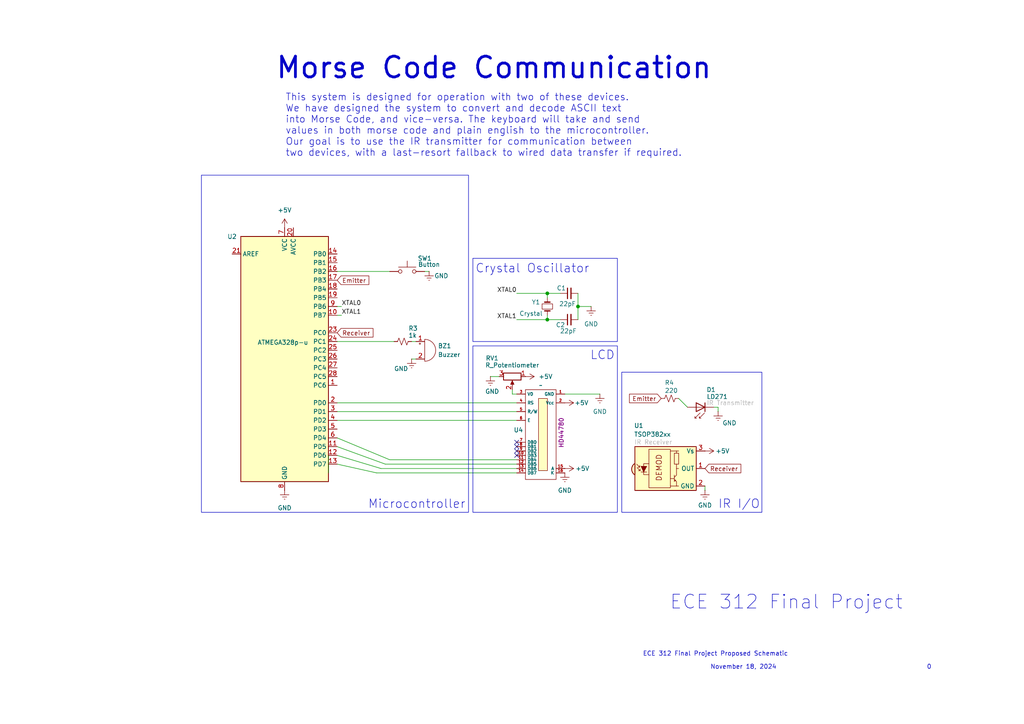
<source format=kicad_sch>
(kicad_sch (version 20231120) (generator "eeschema") (generator_version "8.0")
  (paper "A4")
  (lib_symbols
    (symbol "00_ECE312SchLib:ATMega328"
      (property "Reference" "U" (at 17.145 -1.27 0))
      (symbol "ATMega328_0_1"
        (rectangle (start -12.7 20.32) (end 12.7 -50.8) (stroke (width 0.254)) (fill (type background)))
      )
      (symbol "ATMega328_1_1"
        (pin bidirectional line (at 15.24 -22.86 180) (length 2.54) (name "PC6") (number "1"))
        (pin bidirectional line (at 15.24 -2.54 180) (length 2.54) (name "PB7") (number "10"))
        (pin bidirectional line (at 15.24 -40.64 180) (length 2.54) (name "PD5") (number "11"))
        (pin bidirectional line (at 15.24 -43.18 180) (length 2.54) (name "PD6") (number "12"))
        (pin bidirectional line (at 15.24 -45.72 180) (length 2.54) (name "PD7") (number "13"))
        (pin bidirectional line (at 15.24 15.24 180) (length 2.54) (name "PB0") (number "14"))
        (pin bidirectional line (at 15.24 12.7 180) (length 2.54) (name "PB1") (number "15"))
        (pin bidirectional line (at 15.24 10.16 180) (length 2.54) (name "PB2") (number "16"))
        (pin bidirectional line (at 15.24 7.62 180) (length 2.54) (name "PB3") (number "17"))
        (pin bidirectional line (at 15.24 5.08 180) (length 2.54) (name "PB4") (number "18"))
        (pin bidirectional line (at 15.24 2.54 180) (length 2.54) (name "PB5") (number "19"))
        (pin bidirectional line (at 15.24 -27.94 180) (length 2.54) (name "PD0") (number "2"))
        (pin power_in line (at 2.54 22.86 270) (length 2.54) (name "AVCC") (number "20"))
        (pin passive line (at -15.24 15.24 0) (length 2.54) (name "AREF") (number "21"))
        (pin passive line (at 0 -53.34 90) (length 2.54) hide (name "GND") (number "22"))
        (pin bidirectional line (at 15.24 -7.62 180) (length 2.54) (name "PC0") (number "23"))
        (pin bidirectional line (at 15.24 -10.16 180) (length 2.54) (name "PC1") (number "24"))
        (pin bidirectional line (at 15.24 -12.7 180) (length 2.54) (name "PC2") (number "25"))
        (pin bidirectional line (at 15.24 -15.24 180) (length 2.54) (name "PC3") (number "26"))
        (pin bidirectional line (at 15.24 -17.78 180) (length 2.54) (name "PC4") (number "27"))
        (pin bidirectional line (at 15.24 -20.32 180) (length 2.54) (name "PC5") (number "28"))
        (pin bidirectional line (at 15.24 -30.48 180) (length 2.54) (name "PD1") (number "3"))
        (pin bidirectional line (at 15.24 -33.02 180) (length 2.54) (name "PD2") (number "4"))
        (pin bidirectional line (at 15.24 -35.56 180) (length 2.54) (name "PD3") (number "5"))
        (pin bidirectional line (at 15.24 -38.1 180) (length 2.54) (name "PD4") (number "6"))
        (pin power_in line (at 0 22.86 270) (length 2.54) (name "VCC") (number "7"))
        (pin power_in line (at 0 -53.34 90) (length 2.54) (name "GND") (number "8"))
        (pin bidirectional line (at 15.24 0 180) (length 2.54) (name "PB6") (number "9"))
      )
    )
    (symbol "00_ECE312SchLib:LCD1604"
      (property "Reference" "U" (at 10.795 12.7 0))
      (symbol "LCD1604_0_1"
        (rectangle (start -1.27 11.43) (end 24.765 2.54))
      )
      (symbol "LCD1604_1_1"
        (rectangle (start 1.27 8.89) (end 22.225 6.35) (fill (type background)))
        (pin power_in line (at 0 13.97 270) (length 2.54) (name "GND") (number "1"))
        (pin input line (at 17.78 0 90) (length 2.54) (name "DB3") (number "10"))
        (pin input line (at 19.05 0 90) (length 2.54) (name "DB4") (number "11"))
        (pin input line (at 20.32 0 90) (length 2.54) (name "DB5") (number "12"))
        (pin input line (at 21.59 0 90) (length 2.54) (name "DB6") (number "13"))
        (pin input line (at 22.86 0 90) (length 2.54) (name "DB7") (number "14"))
        (pin input line (at 21.59 13.97 270) (length 2.54) (name "A") (number "15"))
        (pin input line (at 22.86 13.97 270) (length 2.54) (name "K") (number "16"))
        (pin power_in line (at 2.54 13.97 270) (length 2.54) (name "Vcc") (number "2"))
        (pin input line (at 0 0 90) (length 2.54) (name "V0") (number "3"))
        (pin input line (at 2.54 0 90) (length 2.54) (name "RS") (number "4"))
        (pin input line (at 5.08 0 90) (length 2.54) (name "R/W") (number "5"))
        (pin input line (at 7.62 0 90) (length 2.54) (name "E") (number "6"))
        (pin input line (at 13.97 0 90) (length 2.54) (name "DB0") (number "7"))
        (pin input line (at 15.24 0 90) (length 2.54) (name "DB1") (number "8"))
        (pin input line (at 16.51 0 90) (length 2.54) (name "DB2") (number "9"))
      )
    )
    (symbol "Device:Buzzer" (pin_names (offset 0.0254) hide)
      (property "Reference" "BZ" (at 3.81 1.27 0))
      (property "Value" "Buzzer" (at 3.81 -1.27 0))
      (symbol "Buzzer_0_1"
        (arc (start 0 -3.175) (mid 3.1612 0) (end 0 3.175))
        (polyline (pts (xy -1.651 1.905) (xy -1.143 1.905)))
        (polyline (pts (xy -1.397 2.159) (xy -1.397 1.651)))
        (polyline (pts (xy 0 3.175) (xy 0 -3.175)))
      )
      (symbol "Buzzer_1_1"
        (pin passive line (at -2.54 2.54 0) (length 2.54) (name "+") (number "1"))
        (pin passive line (at -2.54 -2.54 0) (length 2.54) (name "-") (number "2"))
      )
    )
    (symbol "Device:C_Small" (pin_numbers hide) (pin_names (offset 0.254) hide)
      (property "Reference" "C" (at 0.254 1.778 0))
      (property "Value" "C_Small" (at 0.254 -2.032 0))
      (symbol "C_Small_0_1"
        (polyline (pts (xy -1.524 -0.508) (xy 1.524 -0.508)) (stroke (width 0.3302)))
        (polyline (pts (xy -1.524 0.508) (xy 1.524 0.508)) (stroke (width 0.3048)))
      )
      (symbol "C_Small_1_1"
        (pin passive line (at 0 2.54 270) (length 2.032) (name "~") (number "1"))
        (pin passive line (at 0 -2.54 90) (length 2.032) (name "~") (number "2"))
      )
    )
    (symbol "Device:Crystal_Small" (pin_numbers hide) (pin_names (offset 1.016) hide)
      (property "Reference" "Y" (at 0 2.54 0))
      (property "Value" "Crystal_Small" (at 0 -2.54 0))
      (symbol "Crystal_Small_0_1"
        (rectangle (start -0.762 -1.524) (end 0.762 1.524))
        (polyline (pts (xy -1.27 -0.762) (xy -1.27 0.762)) (stroke (width 0.381)))
        (polyline (pts (xy 1.27 -0.762) (xy 1.27 0.762)) (stroke (width 0.381)))
      )
      (symbol "Crystal_Small_1_1"
        (pin passive line (at -2.54 0 0) (length 1.27) (name "1") (number "1"))
        (pin passive line (at 2.54 0 180) (length 1.27) (name "2") (number "2"))
      )
    )
    (symbol "Device:R_Potentiometer" (pin_names (offset 1.016) hide)
      (property "Reference" "RV" (at -4.445 0 90))
      (property "Value" "R_Potentiometer" (at -2.54 0 90))
      (symbol "R_Potentiometer_0_1"
        (polyline (pts (xy 2.54 0) (xy 1.524 0)))
        (polyline (pts (xy 1.143 0) (xy 2.286 0.508) (xy 2.286 -0.508) (xy 1.143 0)) (fill (type outline)))
        (rectangle (start 1.016 2.54) (end -1.016 -2.54) (stroke (width 0.254)))
      )
      (symbol "R_Potentiometer_1_1"
        (pin passive line (at 0 3.81 270) (length 1.27) (name "1") (number "1"))
        (pin passive line (at 3.81 0 180) (length 1.27) (name "2") (number "2"))
        (pin passive line (at 0 -3.81 90) (length 1.27) (name "3") (number "3"))
      )
    )
    (symbol "Device:R_Small_US" (pin_numbers hide) (pin_names (offset 0.254) hide)
      (property "Reference" "R" (at 0.762 0.508 0))
      (property "Value" "R_Small_US" (at 0.762 -1.016 0))
      (symbol "R_Small_US_1_1"
        (polyline (pts (xy 0 0) (xy 1.016 -0.381) (xy 0 -0.762) (xy -1.016 -1.143) (xy 0 -1.524)))
        (polyline (pts (xy 0 1.524) (xy 1.016 1.143) (xy 0 0.762) (xy -1.016 0.381) (xy 0 0)))
        (pin passive line (at 0 2.54 270) (length 1.016) (name "~") (number "1"))
        (pin passive line (at 0 -2.54 90) (length 1.016) (name "~") (number "2"))
      )
    )
    (symbol "Interface_Optical:TSOP382xx"
      (property "Reference" "U" (at -10.16 7.62 0))
      (property "Value" "TSOP382xx" (at -10.16 -7.62 0))
      (symbol "TSOP382xx_0_0"
        (arc (start -10.287 1.397) (mid -11.0899 -0.1852) (end -10.287 -1.778) (stroke (width 0.254)) (fill (type background)))
        (polyline (pts (xy 1.905 -5.08) (xy 0.127 -5.08)))
        (polyline (pts (xy 1.905 5.08) (xy 0.127 5.08)))
        (text "DEMOD" (at -3.175 0.254 900) (effects (font (size 1.524 1.524))))
      )
      (symbol "TSOP382xx_0_1"
        (rectangle (start -6.096 5.588) (end 0.127 -5.588))
        (polyline (pts (xy -8.763 0.381) (xy -9.652 1.27)))
        (polyline (pts (xy -8.763 0.381) (xy -9.271 0.381)))
        (polyline (pts (xy -8.763 0.381) (xy -8.763 0.889)))
        (polyline (pts (xy -8.636 -0.635) (xy -9.525 0.254)))
        (polyline (pts (xy -8.636 -0.635) (xy -9.144 -0.635)))
        (polyline (pts (xy -8.636 -0.635) (xy -8.636 -0.127)))
        (polyline (pts (xy -8.382 -1.016) (xy -6.731 -1.016)))
        (polyline (pts (xy 1.27 -2.921) (xy 0.127 -2.921)))
        (polyline (pts (xy 1.27 -1.905) (xy 1.27 -3.81)))
        (polyline (pts (xy 1.397 -3.556) (xy 1.524 -3.556)))
        (polyline (pts (xy 1.651 -3.556) (xy 1.524 -3.556)))
        (polyline (pts (xy 1.651 -3.556) (xy 1.651 -3.302)))
        (polyline (pts (xy 1.905 0) (xy 1.905 1.27)))
        (polyline (pts (xy 1.905 4.445) (xy 1.905 5.08) (xy 2.54 5.08)))
        (polyline (pts (xy -8.382 0.635) (xy -6.731 0.635) (xy -7.62 -1.016) (xy -8.382 0.635)) (fill (type outline)))
        (polyline (pts (xy -6.096 1.397) (xy -7.62 1.397) (xy -7.62 -1.778) (xy -6.096 -1.778)))
        (polyline (pts (xy 1.27 -3.175) (xy 1.905 -3.81) (xy 1.905 -5.08) (xy 2.54 -5.08)))
        (polyline (pts (xy 1.27 -2.54) (xy 1.905 -1.905) (xy 1.905 0) (xy 2.54 0)))
        (rectangle (start 2.54 1.27) (end 1.27 4.445))
        (rectangle (start 7.62 6.35) (end -10.16 -6.35) (stroke (width 0.254)) (fill (type background)))
      )
      (symbol "TSOP382xx_1_1"
        (pin output line (at 10.16 0 180) (length 2.54) (name "OUT") (number "1"))
        (pin power_in line (at 10.16 -5.08 180) (length 2.54) (name "GND") (number "2"))
        (pin power_in line (at 10.16 5.08 180) (length 2.54) (name "Vs") (number "3"))
      )
    )
    (symbol "LED:LD271" (pin_numbers hide) (pin_names (offset 1.016) hide)
      (property "Reference" "D" (at 0.508 1.778 0))
      (property "Value" "LD271" (at -1.016 -2.794 0))
      (symbol "LD271_0_1"
        (polyline (pts (xy -2.54 1.27) (xy -2.54 -1.27)) (stroke (width 0.254)))
        (polyline (pts (xy 0 0) (xy -2.54 0)))
        (polyline (pts (xy 0.381 3.175) (xy -0.127 3.175)))
        (polyline (pts (xy -1.143 1.651) (xy 0.381 3.175) (xy 0.381 2.667)))
        (polyline (pts (xy 0 -1.27) (xy -2.54 0) (xy 0 1.27) (xy 0 -1.27)) (stroke (width 0.254)))
        (polyline (pts (xy -2.413 1.651) (xy -0.889 3.175) (xy -0.889 2.667) (xy -0.889 3.175) (xy -1.397 3.175)))
      )
      (symbol "LD271_1_1"
        (pin passive line (at -5.08 0 0) (length 2.54) (name "K") (number "1"))
        (pin passive line (at 2.54 0 180) (length 2.54) (name "A") (number "2"))
      )
    )
    (symbol "Switch:SW_Push" (pin_numbers hide) (pin_names (offset 1.016) hide)
      (property "Reference" "SW" (at 1.27 2.54 0))
      (property "Value" "SW_Push" (at 0 -1.524 0))
      (symbol "SW_Push_0_1"
        (circle (center -2.032 0) (radius 0.508))
        (polyline (pts (xy 0 1.27) (xy 0 3.048)))
        (polyline (pts (xy 2.54 1.27) (xy -2.54 1.27)))
        (circle (center 2.032 0) (radius 0.508))
        (pin passive line (at -5.08 0 0) (length 2.54) (name "1") (number "1"))
        (pin passive line (at 5.08 0 180) (length 2.54) (name "2") (number "2"))
      )
    )
    (symbol "power:+5V" (power) (pin_numbers hide) (pin_names (offset 0) hide)
      (property "Value" "+5V" (at 0 3.556 0))
      (symbol "+5V_0_1"
        (polyline (pts (xy -0.762 1.27) (xy 0 2.54)))
        (polyline (pts (xy 0 0) (xy 0 2.54)))
        (polyline (pts (xy 0 2.54) (xy 0.762 1.27)))
      )
      (symbol "+5V_1_1"
        (pin power_in line (at 0 0 90) (length 0) (name "~") (number "1"))
      )
    )
    (symbol "power:Earth" (power) (pin_numbers hide) (pin_names (offset 0) hide)
      (property "Value" "Earth" (at 0 -3.81 0))
      (symbol "Earth_0_1"
        (polyline (pts (xy -0.635 -1.905) (xy 0.635 -1.905)))
        (polyline (pts (xy -0.127 -2.54) (xy 0.127 -2.54)))
        (polyline (pts (xy 0 -1.27) (xy 0 0)))
        (polyline (pts (xy 1.27 -1.27) (xy -1.27 -1.27)))
      )
      (symbol "Earth_1_1"
        (pin power_in line (at 0 0 270) (length 0) (name "~") (number "1"))
      )
    )
  )
  (junction (at 158.75 92.71))
  (junction (at 158.75 85.09))
  (junction (at 167.64 88.9))
  (no_connect (at 149.86 132.08))
  (no_connect (at 149.86 128.27))
  (no_connect (at 149.86 129.54))
  (no_connect (at 149.86 130.81))
  (wire (pts (xy 97.79 121.92) (xy 149.86 121.92)))
  (wire (pts (xy 167.64 88.9) (xy 167.64 92.71)))
  (wire (pts (xy 99.06 88.9) (xy 97.79 88.9)))
  (wire (pts (xy 113.03 133.35) (xy 97.79 127)))
  (wire (pts (xy 149.86 135.89) (xy 110.49 135.89)))
  (wire (pts (xy 111.76 134.62) (xy 97.79 129.54)))
  (wire (pts (xy 99.06 91.44) (xy 97.79 91.44)))
  (wire (pts (xy 97.79 119.38) (xy 149.86 119.38)))
  (wire (pts (xy 167.64 85.09) (xy 167.64 88.9)))
  (wire (pts (xy 97.79 99.06) (xy 114.3 99.06)))
  (wire (pts (xy 142.24 109.22) (xy 144.78 109.22)))
  (wire (pts (xy 158.75 91.44) (xy 158.75 92.71)))
  (wire (pts (xy 148.59 114.3) (xy 148.59 113.03)))
  (wire (pts (xy 119.38 99.06) (xy 120.65 99.06)))
  (wire (pts (xy 149.86 133.35) (xy 113.03 133.35)))
  (wire (pts (xy 95.25 137.16) (xy 95.25 132.08)))
  (wire (pts (xy 208.28 118.11) (xy 207.01 118.11)))
  (wire (pts (xy 149.86 137.16) (xy 109.22 137.16)))
  (wire (pts (xy 148.59 114.3) (xy 149.86 114.3)))
  (wire (pts (xy 149.86 85.09) (xy 158.75 85.09)))
  (wire (pts (xy 97.79 78.74) (xy 113.03 78.74)))
  (wire (pts (xy 208.28 119.38) (xy 208.28 118.11)))
  (wire (pts (xy 97.79 116.84) (xy 149.86 116.84)))
  (wire (pts (xy 109.22 137.16) (xy 97.79 134.62)))
  (wire (pts (xy 149.86 134.62) (xy 111.76 134.62)))
  (wire (pts (xy 158.75 92.71) (xy 162.56 92.71)))
  (wire (pts (xy 199.39 118.11) (xy 196.85 115.57)))
  (wire (pts (xy 163.83 114.3) (xy 173.99 114.3)))
  (wire (pts (xy 158.75 85.09) (xy 158.75 86.36)))
  (wire (pts (xy 167.64 88.9) (xy 171.45 88.9)))
  (wire (pts (xy 124.46 78.74) (xy 123.19 78.74)))
  (wire (pts (xy 149.86 92.71) (xy 158.75 92.71)))
  (wire (pts (xy 110.49 135.89) (xy 97.79 132.08)))
  (wire (pts (xy 120.65 104.14) (xy 119.38 104.14)))
  (wire (pts (xy 158.75 85.09) (xy 162.56 85.09)))
  (wire (pts (xy 204.47 140.97) (xy 204.47 142.24)))
  (rectangle (start 137.16 74.93) (end 179.07 99.06))
  (rectangle (start 137.16 100.33) (end 179.07 148.59))
  (rectangle (start 180.34 107.95) (end 220.98 148.59))
  (rectangle (start 58.42 50.8) (end 135.89 148.59))
  (text_box "This system is designed for operation with two of these devices.\nWe have designed the system to convert and decode ASCII text\ninto Morse Code, and vice-versa. The keyboard will take and send \nvalues in both morse code and plain english to the microcontroller.\nOur goal is to use the IR transmitter for communication between\ntwo devices, with a last-resort fallback to wired data transfer if required." (at 81.28 25.4 0) (size 124.46 21.59) (stroke (width -0.0001)) (effects (font (size 2 2)) (justify left top)))
  (text "Crystal Oscillator" (at 154.432 77.978 0) (effects (font (size 2.5 2.5))))
  (text "ECE 312 Final Project Proposed Schematic\n" (at 207.518 189.738 0) (effects (font (size 1.27 1.27))))
  (text "November 18, 2024" (at 215.646 193.548 0) (effects (font (size 1.27 1.27))))
  (text "LCD" (at 174.752 103.124 0) (effects (font (size 2.5 2.5))))
  (text "0" (at 269.494 193.548 0) (effects (font (size 1.27 1.27))))
  (text "Microcontroller" (at 120.904 146.304 0) (effects (font (size 2.5 2.5))))
  (text "Morse Code Communication" (at 143.256 19.812 0) (effects (font (size 6 6) (thickness 0.8) (bold yes))))
  (text "ECE 312 Final Project" (at 228.092 174.752 0) (effects (font (size 4 4))))
  (text "IR I/O" (at 214.376 146.304 0) (effects (font (size 2.5 2.5))))
  (label "XTAL0" (at 149.86 85.09 180))
  (label "XTAL1" (at 99.06 91.44 0))
  (label "XTAL1" (at 149.86 92.71 180))
  (label "XTAL0" (at 99.06 88.9 0))
  (global_label "Receiver" (shape input) (at 204.47 135.89 0) (property "Intersheetrefs" "${INTERSHEET_REFS}" (effects (hide yes))))
  (global_label "Emitter" (shape input) (at 97.79 81.28 0) (property "Intersheetrefs" "${INTERSHEET_REFS}" (effects (hide yes))))
  (global_label "Emitter" (shape input) (at 191.77 115.57 180) (property "Intersheetrefs" "${INTERSHEET_REFS}" (effects (hide yes))))
  (global_label "Receiver" (shape input) (at 97.79 96.52 0) (property "Intersheetrefs" "${INTERSHEET_REFS}" (effects (hide yes))))
  (symbol (lib_id "power:Earth") (at 163.83 137.16 0) (unit 1)
    (property "Reference" "#PWR013" (effects (hide yes)))
    (property "Value" "GND" (at 163.83 142.24 0))
    (property "Description" "Power symbol creates a global label with name \"Earth\"" (effects (hide yes)))
  )
  (symbol (lib_id "power:Earth") (at 173.99 114.3 0) (unit 1)
    (property "Reference" "#PWR014" (effects (hide yes)))
    (property "Value" "GND" (at 173.99 119.38 0))
    (property "Description" "Power symbol creates a global label with name \"Earth\"" (effects (hide yes)))
  )
  (symbol (lib_id "Device:R_Potentiometer") (at 148.59 109.22 270) (unit 1)
    (property "Reference" "RV1" (at 142.748 103.886 90))
    (property "Value" "R_Potentiometer" (at 148.59 105.918 90))
    (property "Description" "Potentiometer" (effects (hide yes)))
  )
  (symbol (lib_id "power:+5V") (at 204.47 130.81 270) (unit 1)
    (property "Reference" "#PWR018" (effects (hide yes)))
    (property "Value" "+5V" (at 207.518 130.81 90) (effects (justify left)))
    (property "Description" "Power symbol creates a global label with name \"+5V\"" (effects (hide yes)))
  )
  (symbol (lib_id "Device:Buzzer") (at 123.19 101.6 0) (unit 1)
    (property "Reference" "BZ1" (at 127 100.3299 0) (effects (justify left)))
    (property "Value" "Buzzer" (at 127 102.8699 0) (effects (justify left)))
    (property "Description" "Buzzer, polarized" (effects (hide yes)))
  )
  (symbol (lib_id "power:Earth") (at 119.38 104.14 0) (unit 1)
    (property "Reference" "#PWR08" (effects (hide yes)))
    (property "Value" "GND" (at 116.332 106.934 0))
    (property "Description" "Power symbol creates a global label with name \"Earth\"" (effects (hide yes)))
  )
  (symbol (lib_id "Interface_Optical:TSOP382xx") (at 194.31 135.89 0) (unit 1)
    (property "Reference" "U1" (at 183.896 123.444 0) (effects (justify left)))
    (property "Value" "TSOP382xx" (at 183.896 125.984 0) (effects (justify left)))
    (property "Footprint" "OptoDevice:Vishay_MINICAST-3Pin" (effects (hide yes)))
    (property "Datasheet" "http://www.vishay.com/docs/82491/tsop382.pdf" (effects (hide yes)))
    (property "Description" "Photo Modules for PCM Remote Control Systems" (effects (hide yes)))
    (property "label" "IR Receiver" (at 189.484 128.2271 0))
  )
  (symbol (lib_id "power:Earth") (at 208.28 119.38 0) (unit 1)
    (property "Reference" "#PWR016" (effects (hide yes)))
    (property "Value" "GND" (at 211.582 122.682 0))
    (property "Description" "Power symbol creates a global label with name \"Earth\"" (effects (hide yes)))
  )
  (symbol (lib_id "Device:R_Small_US") (at 194.31 115.57 270) (unit 1)
    (property "Reference" "R4" (at 192.786 110.998 90) (effects (justify left)))
    (property "Value" "220" (at 192.786 113.284 90) (effects (justify left)))
    (property "Description" "Resistor, small US symbol" (effects (hide yes)))
  )
  (symbol (lib_id "00_ECE312SchLib:LCD1604") (at 149.86 114.3 270) (unit 1)
    (property "Reference" "U4" (at 150.368 124.714 90))
    (property "Value" "~" (at 156.845 111.76 90))
    (property "Part" "HD44780" (at 162.814 125.476 0))
  )
  (symbol (lib_id "Device:C_Small") (at 165.1 92.71 90) (unit 1)
    (property "Reference" "C2" (at 162.56 94.234 90))
    (property "Value" "22pF" (at 164.846 96.012 90))
    (property "Description" "Unpolarized capacitor, small symbol" (effects (hide yes)))
  )
  (symbol (lib_id "Switch:SW_Push") (at 118.11 78.74 0) (unit 1)
    (property "Reference" "SW1" (at 123.19 74.93 0))
    (property "Value" "Button" (at 124.46 76.708 0))
    (property "Description" "Push button switch, generic, two pins" (effects (hide yes)))
  )
  (symbol (lib_id "Device:C_Small") (at 165.1 85.09 90) (unit 1)
    (property "Reference" "C1" (at 162.814 83.566 90))
    (property "Value" "22pF" (at 164.592 88.138 90))
    (property "Description" "Unpolarized capacitor, small symbol" (effects (hide yes)))
  )
  (symbol (lib_id "00_ECE312SchLib:ATMega328") (at 82.55 88.9 0) (unit 1)
    (property "Reference" "U2" (at 67.31 68.6114 0))
    (property "Value" "ATMEGA328p-u" (at 82.042 99.314 0))
  )
  (symbol (lib_id "power:+5V") (at 163.83 116.84 270) (unit 1)
    (property "Reference" "#PWR011" (effects (hide yes)))
    (property "Value" "+5V" (at 166.624 116.84 90) (effects (justify left)))
    (property "Description" "Power symbol creates a global label with name \"+5V\"" (effects (hide yes)))
  )
  (symbol (lib_id "power:Earth") (at 142.24 109.22 0) (unit 1)
    (property "Reference" "#PWR07" (effects (hide yes)))
    (property "Value" "GND" (at 142.748 113.538 0))
    (property "Description" "Power symbol creates a global label with name \"Earth\"" (effects (hide yes)))
  )
  (symbol (lib_id "power:Earth") (at 204.47 142.24 0) (unit 1)
    (property "Reference" "#PWR017" (effects (hide yes)))
    (property "Value" "GND" (at 204.47 146.558 0))
    (property "Description" "Power symbol creates a global label with name \"Earth\"" (effects (hide yes)))
  )
  (symbol (lib_id "power:+5V") (at 152.4 109.22 270) (unit 1)
    (property "Reference" "#PWR010" (effects (hide yes)))
    (property "Value" "+5V" (at 156.21 109.2199 90) (effects (justify left)))
    (property "Description" "Power symbol creates a global label with name \"+5V\"" (effects (hide yes)))
  )
  (symbol (lib_id "Device:R_Small_US") (at 116.84 99.06 90) (unit 1)
    (property "Reference" "R3" (at 121.158 95.25 90) (effects (justify left)))
    (property "Value" "1k" (at 120.904 97.282 90) (effects (justify left)))
    (property "Description" "Resistor, small US symbol" (effects (hide yes)))
  )
  (symbol (lib_id "power:+5V") (at 82.55 66.04 0) (unit 1)
    (property "Reference" "#PWR03" (effects (hide yes)))
    (property "Value" "+5V" (at 82.55 60.96 0))
    (property "Description" "Power symbol creates a global label with name \"+5V\"" (effects (hide yes)))
  )
  (symbol (lib_id "Device:Crystal_Small") (at 158.75 88.9 90) (unit 1)
    (property "Reference" "Y1" (at 154.178 87.63 90) (effects (justify right)))
    (property "Value" "Crystal" (at 150.622 90.932 90) (effects (justify right)))
    (property "Description" "Two pin crystal, small symbol" (effects (hide yes)))
  )
  (symbol (lib_id "power:Earth") (at 124.46 78.74 0) (unit 1)
    (property "Reference" "#PWR05" (effects (hide yes)))
    (property "Value" "GND" (at 128.016 80.01 0))
    (property "Description" "Power symbol creates a global label with name \"Earth\"" (effects (hide yes)))
  )
  (symbol (lib_id "power:Earth") (at 82.55 142.24 0) (unit 1)
    (property "Reference" "#PWR04" (effects (hide yes)))
    (property "Value" "GND" (at 82.55 147.32 0))
    (property "Description" "Power symbol creates a global label with name \"Earth\"" (effects (hide yes)))
  )
  (symbol (lib_id "power:Earth") (at 171.45 88.9 0) (unit 1)
    (property "Reference" "#PWR06" (effects (hide yes)))
    (property "Value" "GND" (at 171.45 93.98 0))
    (property "Description" "Power symbol creates a global label with name \"Earth\"" (effects (hide yes)))
  )
  (symbol (lib_id "LED:LD271") (at 201.93 118.11 180) (unit 1)
    (property "Reference" "D1" (at 206.248 113.03 0))
    (property "Value" "LD271" (at 208.026 115.062 0))
    (property "Footprint" "LED_THT:LED_D5.0mm_IRGrey" (effects (hide yes)))
    (property "Datasheet" "http://www.alliedelec.com/m/d/40788c34903a719969df15f1fbea1056.pdf" (effects (hide yes)))
    (property "Description" "940nm IR-LED, 5mm" (effects (hide yes)))
    (property "label" "IR Transmitter" (at 211.836 116.84 0))
  )
  (symbol (lib_id "power:+5V") (at 163.83 135.89 270) (unit 1)
    (property "Reference" "#PWR012" (effects (hide yes)))
    (property "Value" "+5V" (at 166.878 135.89 90) (effects (justify left)))
    (property "Description" "Power symbol creates a global label with name \"+5V\"" (effects (hide yes)))
  )
)
</source>
